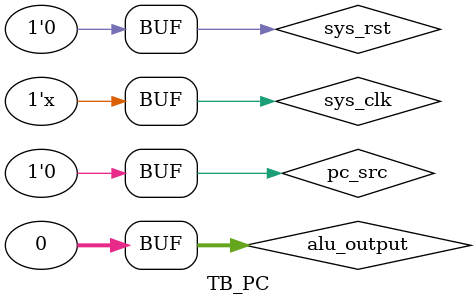
<source format=v>
`timescale 1ns / 1ns

module TB_PC(

);

    parameter  CLK_PERIOD = 20;

    reg             sys_clk;
    reg             sys_rst;

    reg             pc_src;
    reg [31:0]      alu_output;
    wire [31:0]      current_pc;
    wire [31:0]      next_pc;

    initial begin
        sys_clk <= 1'b0;
        sys_rst <= 1'b1;
        pc_src <= 1'd0;
        alu_output <= 32'd0;

        #100
        sys_rst <= 1'b0;

        #100
        alu_output <= 32'd1000;
        pc_src <= 1'd1;

        #CLK_PERIOD
        alu_output <= 32'd0;
        pc_src <= 1'd0;



    end

    always #(CLK_PERIOD / 2) sys_clk = ~sys_clk;

    PC u_pc(
        .sys_clk(sys_clk),
        .sys_rst(sys_rst),

        .pc_src(pc_src),
        .alu_output(alu_output),
        .current_pc(current_pc),
        .next_pc(next_pc)
    );

endmodule

</source>
